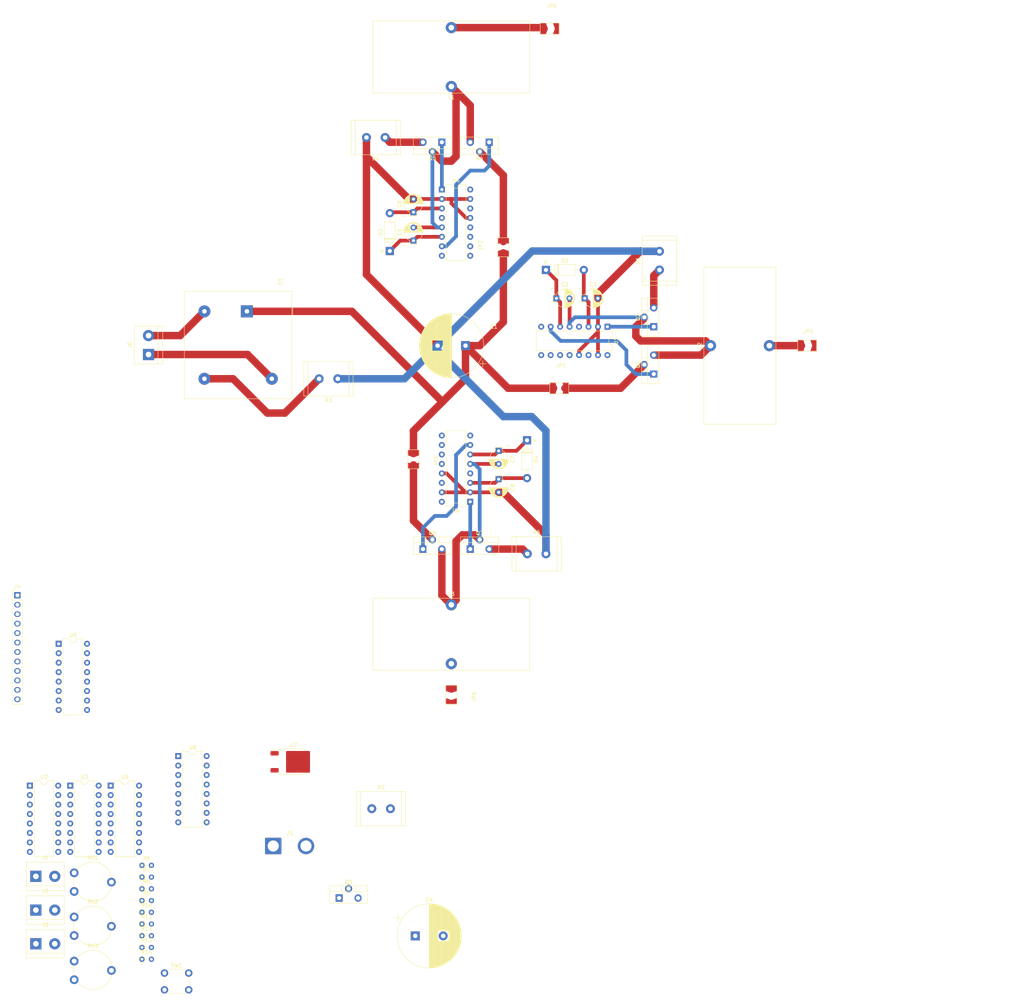
<source format=kicad_pcb>
(kicad_pcb (version 20221018) (generator pcbnew)

  (general
    (thickness 1.6)
  )

  (paper "A3")
  (layers
    (0 "F.Cu" signal)
    (31 "B.Cu" signal)
    (32 "B.Adhes" user "B.Adhesive")
    (33 "F.Adhes" user "F.Adhesive")
    (34 "B.Paste" user)
    (35 "F.Paste" user)
    (36 "B.SilkS" user "B.Silkscreen")
    (37 "F.SilkS" user "F.Silkscreen")
    (38 "B.Mask" user)
    (39 "F.Mask" user)
    (40 "Dwgs.User" user "User.Drawings")
    (41 "Cmts.User" user "User.Comments")
    (42 "Eco1.User" user "User.Eco1")
    (43 "Eco2.User" user "User.Eco2")
    (44 "Edge.Cuts" user)
    (45 "Margin" user)
    (46 "B.CrtYd" user "B.Courtyard")
    (47 "F.CrtYd" user "F.Courtyard")
    (48 "B.Fab" user)
    (49 "F.Fab" user)
    (50 "User.1" user)
    (51 "User.2" user)
    (52 "User.3" user)
    (53 "User.4" user)
    (54 "User.5" user)
    (55 "User.6" user)
    (56 "User.7" user)
    (57 "User.8" user)
    (58 "User.9" user)
  )

  (setup
    (stackup
      (layer "F.SilkS" (type "Top Silk Screen"))
      (layer "F.Paste" (type "Top Solder Paste"))
      (layer "F.Mask" (type "Top Solder Mask") (thickness 0.01))
      (layer "F.Cu" (type "copper") (thickness 0.035))
      (layer "dielectric 1" (type "core") (thickness 1.51) (material "FR4") (epsilon_r 4.5) (loss_tangent 0.02))
      (layer "B.Cu" (type "copper") (thickness 0.035))
      (layer "B.Mask" (type "Bottom Solder Mask") (thickness 0.01))
      (layer "B.Paste" (type "Bottom Solder Paste"))
      (layer "B.SilkS" (type "Bottom Silk Screen"))
      (copper_finish "None")
      (dielectric_constraints no)
    )
    (pad_to_mask_clearance 0)
    (pcbplotparams
      (layerselection 0x00010fc_ffffffff)
      (plot_on_all_layers_selection 0x0000000_00000000)
      (disableapertmacros false)
      (usegerberextensions false)
      (usegerberattributes true)
      (usegerberadvancedattributes true)
      (creategerberjobfile true)
      (dashed_line_dash_ratio 12.000000)
      (dashed_line_gap_ratio 3.000000)
      (svgprecision 4)
      (plotframeref false)
      (viasonmask false)
      (mode 1)
      (useauxorigin false)
      (hpglpennumber 1)
      (hpglpenspeed 20)
      (hpglpendiameter 15.000000)
      (dxfpolygonmode true)
      (dxfimperialunits true)
      (dxfusepcbnewfont true)
      (psnegative false)
      (psa4output false)
      (plotreference true)
      (plotvalue true)
      (plotinvisibletext false)
      (sketchpadsonfab false)
      (subtractmaskfromsilk false)
      (outputformat 1)
      (mirror false)
      (drillshape 1)
      (scaleselection 1)
      (outputdirectory "")
    )
  )

  (net 0 "")
  (net 1 "Vunreg")
  (net 2 "GND")
  (net 3 "Net-(D3-K)")
  (net 4 "Net-(U1-VS)")
  (net 5 "+12V")
  (net 6 "Vo+")
  (net 7 "Net-(D2-K)")
  (net 8 "Net-(U4-VS)")
  (net 9 "Net-(D4-K)")
  (net 10 "Net-(U6-VS)")
  (net 11 "NEUT")
  (net 12 "ISenseIn")
  (net 13 "LINE")
  (net 14 "Vo-")
  (net 15 "OutDisableMCU")
  (net 16 "OutEn")
  (net 17 "VoOver")
  (net 18 "VoSense")
  (net 19 "ISenseOut")
  (net 20 "ISenseP3")
  (net 21 "ISenseP2")
  (net 22 "ISenseP1")
  (net 23 "SigCom3")
  (net 24 "SigCom2")
  (net 25 "SigCom1")
  (net 26 "/Phase/Vin")
  (net 27 "/Phase1/Vin")
  (net 28 "/Phase2/Vin")
  (net 29 "/Phase/Vout")
  (net 30 "/Phase1/Vout")
  (net 31 "/Phase2/Vout")
  (net 32 "Net-(U1-HO)")
  (net 33 "Net-(U1-LO)")
  (net 34 "OutEnLatched")
  (net 35 "Net-(U4-HO)")
  (net 36 "Net-(U4-LO)")
  (net 37 "Net-(U6-HO)")
  (net 38 "Net-(U6-LO)")
  (net 39 "+3.3V")
  (net 40 "VoRef")
  (net 41 "OutOvercurrentRef")
  (net 42 "OutDisable")
  (net 43 "unconnected-(RV1-Pad3)")
  (net 44 "unconnected-(RV2-Pad3)")
  (net 45 "unconnected-(RV3-Pad3)")
  (net 46 "unconnected-(U1-NC-Pad4)")
  (net 47 "unconnected-(U1-NC-Pad8)")
  (net 48 "/Phase/nSigCom")
  (net 49 "unconnected-(U1-NC-Pad14)")
  (net 50 "/Phase1/nSigCom")
  (net 51 "/Phase2/nSigCom")
  (net 52 "unconnected-(U2-Pad10)")
  (net 53 "unconnected-(U2-Pad12)")
  (net 54 "OutDisableOvercurrent")
  (net 55 "unconnected-(U3D---Pad8)")
  (net 56 "unconnected-(U3D-+-Pad9)")
  (net 57 "unconnected-(U3C---Pad10)")
  (net 58 "unconnected-(U3C-+-Pad11)")
  (net 59 "unconnected-(U3-Pad13)")
  (net 60 "unconnected-(U3-Pad14)")
  (net 61 "unconnected-(U4-NC-Pad4)")
  (net 62 "unconnected-(U4-NC-Pad8)")
  (net 63 "unconnected-(U4-NC-Pad14)")
  (net 64 "unconnected-(U5-Pad1)")
  (net 65 "unconnected-(U5-Pad9)")
  (net 66 "unconnected-(U5-Pad10)")
  (net 67 "unconnected-(U6-NC-Pad4)")
  (net 68 "unconnected-(U6-NC-Pad8)")
  (net 69 "unconnected-(U6-NC-Pad14)")
  (net 70 "unconnected-(U8-Pad4)")
  (net 71 "unconnected-(U8-Pad5)")
  (net 72 "unconnected-(U8-Pad6)")
  (net 73 "unconnected-(U8-Pad8)")
  (net 74 "unconnected-(U8-Pad9)")
  (net 75 "unconnected-(U8-Pad10)")
  (net 76 "unconnected-(U8-Pad11)")
  (net 77 "unconnected-(U8-Pad12)")
  (net 78 "unconnected-(U8-Pad13)")
  (net 79 "unconnected-(U9-Pad1)")
  (net 80 "unconnected-(U9-Pad2)")
  (net 81 "unconnected-(U9-Pad3)")
  (net 82 "unconnected-(U9-Pad4)")
  (net 83 "unconnected-(U9-Pad5)")
  (net 84 "unconnected-(U9-Pad6)")
  (net 85 "unconnected-(U9-Pad8)")
  (net 86 "unconnected-(U9-Pad9)")
  (net 87 "unconnected-(U9-Pad10)")
  (net 88 "unconnected-(U9-Pad11)")
  (net 89 "unconnected-(U9-Pad12)")
  (net 90 "unconnected-(U9-Pad13)")
  (net 91 "unconnected-(U2-Pad15)")

  (footprint "ProjLib:CP_Radial_D5.0mm_P2.50mm_spaced" (layer "F.Cu") (at 142.24 68.58 90))

  (footprint "ProjLib:DIP-14_W7.62mm_inDIP16" (layer "F.Cu") (at 50.11 223.52))

  (footprint "Resistor_THT:R_Axial_DIN0204_L3.6mm_D1.6mm_P2.54mm_Vertical" (layer "F.Cu") (at 69.36 263.82))

  (footprint "Capacitor_THT:CP_Radial_D17.0mm_P7.50mm" (layer "F.Cu") (at 142.72 263.85))

  (footprint "ProjLib:CP_Radial_D5.0mm_P2.50mm_spaced" (layer "F.Cu") (at 165.1 142.28 -90))

  (footprint "Connector_Wire:SolderWire-2.5sqmm_1x02_P8.8mm_D2.4mm_OD4.4mm" (layer "F.Cu") (at 104.59 239.72))

  (footprint "ProjLib:SolderJumper-2_P1.3mm_Open_TrianglePad_thick" (layer "F.Cu") (at 181.356 116.84))

  (footprint "Potentiometer_THT:Potentiometer_Piher_PT-10-V10_Vertical" (layer "F.Cu") (at 51.16 275.62))

  (footprint "Diode_THT:Diode_Bridge_GeneSiC_KBPC_W" (layer "F.Cu") (at 97.5225 96.2 -90))

  (footprint "Button_Switch_THT:SW_PUSH_6mm_H5mm" (layer "F.Cu") (at 75.4 273.83))

  (footprint "Resistor_THT:R_Axial_DIN0204_L3.6mm_D1.6mm_P2.54mm_Vertical" (layer "F.Cu") (at 69.36 260.67))

  (footprint "ProjLib:CP_Radial_D5.0mm_P2.50mm_spaced" (layer "F.Cu") (at 165.1 134.66 -90))

  (footprint "ProjLib:SolderJumper-2_P1.3mm_Open_TrianglePad_thick" (layer "F.Cu") (at 178.816 20.32))

  (footprint "Resistor_THT:R_Radial_Power_L13.0mm_W9.0mm_P5.00mm" (layer "F.Cu") (at 121.92 114.3 180))

  (footprint "TerminalBlock:TerminalBlock_bornier-2_P5.08mm" (layer "F.Cu") (at 40.87 265.97))

  (footprint "ProjLib:DIP-14_W7.62mm_inDIP16" (layer "F.Cu") (at 194.31 100.33 -90))

  (footprint "TerminalBlock:TerminalBlock_bornier-2_P5.08mm" (layer "F.Cu") (at 40.87 247.87))

  (footprint "Resistor_THT:R_Radial_Power_L13.0mm_W9.0mm_P5.00mm" (layer "F.Cu") (at 172.8 161.29))

  (footprint "ProjLib:TO-220-3_Vertical_stagger" (layer "F.Cu") (at 144.78 160.02))

  (footprint "ProjLib:TO-220-3_Vertical_stagger" (layer "F.Cu") (at 206.7425 100.33 90))

  (footprint "ProjLib:DIP-14_W7.62mm_inDIP16" (layer "F.Cu") (at 79.1 215.59))

  (footprint "Resistor_THT:R_Axial_DIN0204_L3.6mm_D1.6mm_P2.54mm_Vertical" (layer "F.Cu")
    (tstamp 627777eb-1bf5-465d-9feb-4f65f0d55cb1)
    (at 69.36 251.22)
    (descr "Resistor, Axial_DIN0204 series, Axial, Vertical, pin pitch=2.54mm, 0.167W, length*diameter=3.6*1.6mm^2, http://cdn-reichelt.de/documents/datenblatt/B400/1_4W%23YAG.pdf")
    (tags "Resistor Axial_DIN0204 series Axial Vertical pin pitch 2.54mm 0.167W length 3.6mm diameter 1.6mm")
    (property "Sheetfile" "Alim_1000W.kicad_sch")
    (property "Sheetname" "")
    (property "ki_description" "Resistor")
    (property "ki_keywords" "R res resistor")
    (path "/dc7d6865-69ad-49b7-947a-b1b0c68070db")
    (attr through_hole)
    (fp_text reference "R8" (at 1.27 -1.92) (layer "F.SilkS")
        (effects (font (size 1 1) (thickness 0.15)))
      (tstamp 0062f2da-2165-42f1-8924-35b5b35ab642)
    )
    (fp_text value "2.7k" (at 1.27 1.92) (layer "F.Fab")
        (effects (font (size 1 1) (thickness 0.15)))
      (tstamp fda54236-8e1c-4e3f-8344-812ffdc30856)
    )
    (fp_text user "${REFERENCE}" (at 1.27 -1.92) (layer "F.Fab")
        (effects (font (size 1 1) (thickness 0.15)))
      (tstamp cbf6e081-47cb-466e-86a0-d8906cabd041)
    )
    (fp_line (start 0.92 0) (end 1.54 0)
      (stroke (width 0.12) (type solid)) (layer "F.SilkS") (tstamp 9c449c09-b969-4353-9413-3676a0166827))
    (fp_circle (center 0 0) (end 0.92 0)
      (stroke (width 0.12) (type solid)) (fill none) (layer "F.SilkS") (tstamp 66725d66-4db2-433b-8261-972e3b7d8478))
    (fp_line (start -1.05 -1.05) (end -1.05 1.05)
      (stroke (width 0.05) (type solid)) (layer "F.CrtYd") (tstamp 39b793ff-0580-4bd0-8602-7460e9ea7b79))
    (fp_line (start -1.05 1.05) (end 3.49 1.05)
      (stroke (width 0.05) (type solid)) (layer "F.CrtYd") (tstamp 8fc6637f-3b66-4d24-8524-4079fd2c2f94))
    (fp_line (start 3.49 -1.05) (end -1.05 -1.05)
      (stroke (width 0.05) (type solid)) (layer "F.CrtYd") (tstamp dbe831bf-6839-4a15-bba3-d323432fff5a))
    (fp_line (start 3.49 1.05) (end 3.49 -1.05)
      (stroke (width 0.05) (type solid)) (layer "F.CrtYd") (tstamp e8fff118-ebe7-4957-8ccf-bad089540b0e))
    (fp_line (start 0 0) (end 2.54 0)
      (stroke (width 0.1) (type solid)) (layer "F.Fab") (tstamp 98d174f1-849a-40a2-9683-1751ba9e7374))
    (fp_circle (center 0 0) (end 0.8 0)
      (stroke (width 0.1) (type solid)) (fill none) (layer "F.Fab") (tstamp d7e9d70b-3e60-4bc3-b03a-05c5cbb87cb4))
    (pad "1" thru_hole circle (at 0 0) (size 1.4 1.4) (drill 0.7) (layers "*.Cu" "*.Mask")
      (net 39 "+3.3V") (pintype "passive") (tstamp 493bb780-f205-4a37-ba51-fc6f05a300e2))
    (pad "2" thru_hole oval (at 2.54 0) (size 1.4 1.4) (drill 0.7) (layers "*.Cu" "*.Mask")
      (net 41 "OutOvercurrentRef") (pintype "passive") (tstamp a2f34e9c-7086-4506-8670-2f43899f3f6d))
    (model "${KICAD6_3DMODEL_DIR}/Resistor_THT.3dshapes/R_Axial_DIN0204_L3.6mm_D1.6mm_P2.54m
... [299537 chars truncated]
</source>
